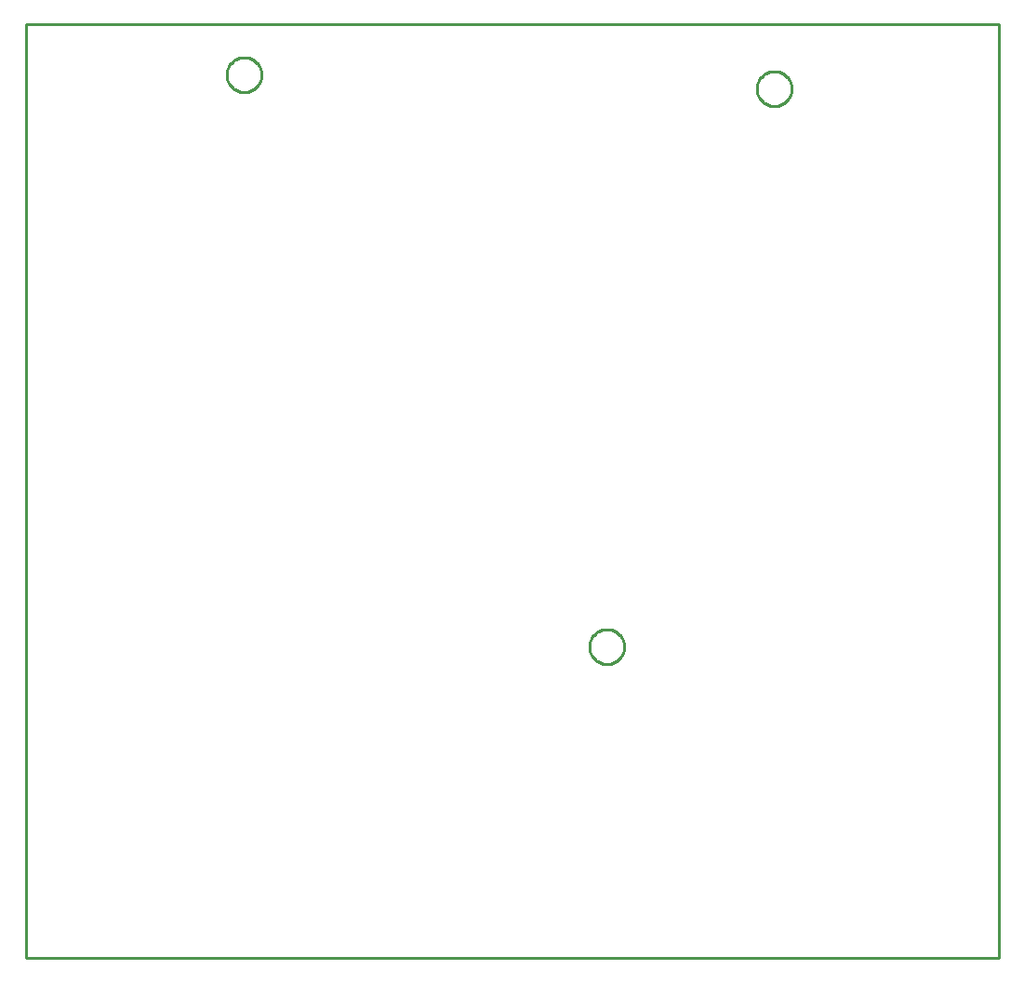
<source format=gko>
G04 EAGLE Gerber RS-274X export*
G75*
%MOMM*%
%FSLAX34Y34*%
%LPD*%
%INBoard Outline*%
%IPPOS*%
%AMOC8*
5,1,8,0,0,1.08239X$1,22.5*%
G01*
%ADD10C,0.000000*%
%ADD11C,0.254000*%


D10*
X0Y0D02*
X885700Y0D01*
X885700Y850000D01*
X0Y850000D01*
X0Y0D01*
X665425Y791580D02*
X665430Y791970D01*
X665444Y792359D01*
X665468Y792748D01*
X665501Y793136D01*
X665544Y793523D01*
X665597Y793909D01*
X665659Y794294D01*
X665730Y794677D01*
X665811Y795058D01*
X665901Y795437D01*
X666000Y795814D01*
X666109Y796188D01*
X666226Y796560D01*
X666353Y796928D01*
X666489Y797293D01*
X666633Y797655D01*
X666787Y798013D01*
X666949Y798367D01*
X667120Y798718D01*
X667299Y799063D01*
X667487Y799405D01*
X667684Y799741D01*
X667888Y800073D01*
X668100Y800400D01*
X668321Y800721D01*
X668549Y801037D01*
X668785Y801347D01*
X669028Y801651D01*
X669279Y801949D01*
X669537Y802241D01*
X669803Y802526D01*
X670075Y802805D01*
X670354Y803077D01*
X670639Y803343D01*
X670931Y803601D01*
X671229Y803852D01*
X671533Y804095D01*
X671843Y804331D01*
X672159Y804559D01*
X672480Y804780D01*
X672807Y804992D01*
X673139Y805196D01*
X673475Y805393D01*
X673817Y805581D01*
X674162Y805760D01*
X674513Y805931D01*
X674867Y806093D01*
X675225Y806247D01*
X675587Y806391D01*
X675952Y806527D01*
X676320Y806654D01*
X676692Y806771D01*
X677066Y806880D01*
X677443Y806979D01*
X677822Y807069D01*
X678203Y807150D01*
X678586Y807221D01*
X678971Y807283D01*
X679357Y807336D01*
X679744Y807379D01*
X680132Y807412D01*
X680521Y807436D01*
X680910Y807450D01*
X681300Y807455D01*
X681690Y807450D01*
X682079Y807436D01*
X682468Y807412D01*
X682856Y807379D01*
X683243Y807336D01*
X683629Y807283D01*
X684014Y807221D01*
X684397Y807150D01*
X684778Y807069D01*
X685157Y806979D01*
X685534Y806880D01*
X685908Y806771D01*
X686280Y806654D01*
X686648Y806527D01*
X687013Y806391D01*
X687375Y806247D01*
X687733Y806093D01*
X688087Y805931D01*
X688438Y805760D01*
X688783Y805581D01*
X689125Y805393D01*
X689461Y805196D01*
X689793Y804992D01*
X690120Y804780D01*
X690441Y804559D01*
X690757Y804331D01*
X691067Y804095D01*
X691371Y803852D01*
X691669Y803601D01*
X691961Y803343D01*
X692246Y803077D01*
X692525Y802805D01*
X692797Y802526D01*
X693063Y802241D01*
X693321Y801949D01*
X693572Y801651D01*
X693815Y801347D01*
X694051Y801037D01*
X694279Y800721D01*
X694500Y800400D01*
X694712Y800073D01*
X694916Y799741D01*
X695113Y799405D01*
X695301Y799063D01*
X695480Y798718D01*
X695651Y798367D01*
X695813Y798013D01*
X695967Y797655D01*
X696111Y797293D01*
X696247Y796928D01*
X696374Y796560D01*
X696491Y796188D01*
X696600Y795814D01*
X696699Y795437D01*
X696789Y795058D01*
X696870Y794677D01*
X696941Y794294D01*
X697003Y793909D01*
X697056Y793523D01*
X697099Y793136D01*
X697132Y792748D01*
X697156Y792359D01*
X697170Y791970D01*
X697175Y791580D01*
X697170Y791190D01*
X697156Y790801D01*
X697132Y790412D01*
X697099Y790024D01*
X697056Y789637D01*
X697003Y789251D01*
X696941Y788866D01*
X696870Y788483D01*
X696789Y788102D01*
X696699Y787723D01*
X696600Y787346D01*
X696491Y786972D01*
X696374Y786600D01*
X696247Y786232D01*
X696111Y785867D01*
X695967Y785505D01*
X695813Y785147D01*
X695651Y784793D01*
X695480Y784442D01*
X695301Y784097D01*
X695113Y783755D01*
X694916Y783419D01*
X694712Y783087D01*
X694500Y782760D01*
X694279Y782439D01*
X694051Y782123D01*
X693815Y781813D01*
X693572Y781509D01*
X693321Y781211D01*
X693063Y780919D01*
X692797Y780634D01*
X692525Y780355D01*
X692246Y780083D01*
X691961Y779817D01*
X691669Y779559D01*
X691371Y779308D01*
X691067Y779065D01*
X690757Y778829D01*
X690441Y778601D01*
X690120Y778380D01*
X689793Y778168D01*
X689461Y777964D01*
X689125Y777767D01*
X688783Y777579D01*
X688438Y777400D01*
X688087Y777229D01*
X687733Y777067D01*
X687375Y776913D01*
X687013Y776769D01*
X686648Y776633D01*
X686280Y776506D01*
X685908Y776389D01*
X685534Y776280D01*
X685157Y776181D01*
X684778Y776091D01*
X684397Y776010D01*
X684014Y775939D01*
X683629Y775877D01*
X683243Y775824D01*
X682856Y775781D01*
X682468Y775748D01*
X682079Y775724D01*
X681690Y775710D01*
X681300Y775705D01*
X680910Y775710D01*
X680521Y775724D01*
X680132Y775748D01*
X679744Y775781D01*
X679357Y775824D01*
X678971Y775877D01*
X678586Y775939D01*
X678203Y776010D01*
X677822Y776091D01*
X677443Y776181D01*
X677066Y776280D01*
X676692Y776389D01*
X676320Y776506D01*
X675952Y776633D01*
X675587Y776769D01*
X675225Y776913D01*
X674867Y777067D01*
X674513Y777229D01*
X674162Y777400D01*
X673817Y777579D01*
X673475Y777767D01*
X673139Y777964D01*
X672807Y778168D01*
X672480Y778380D01*
X672159Y778601D01*
X671843Y778829D01*
X671533Y779065D01*
X671229Y779308D01*
X670931Y779559D01*
X670639Y779817D01*
X670354Y780083D01*
X670075Y780355D01*
X669803Y780634D01*
X669537Y780919D01*
X669279Y781211D01*
X669028Y781509D01*
X668785Y781813D01*
X668549Y782123D01*
X668321Y782439D01*
X668100Y782760D01*
X667888Y783087D01*
X667684Y783419D01*
X667487Y783755D01*
X667299Y784097D01*
X667120Y784442D01*
X666949Y784793D01*
X666787Y785147D01*
X666633Y785505D01*
X666489Y785867D01*
X666353Y786232D01*
X666226Y786600D01*
X666109Y786972D01*
X666000Y787346D01*
X665901Y787723D01*
X665811Y788102D01*
X665730Y788483D01*
X665659Y788866D01*
X665597Y789251D01*
X665544Y789637D01*
X665501Y790024D01*
X665468Y790412D01*
X665444Y790801D01*
X665430Y791190D01*
X665425Y791580D01*
X182825Y804280D02*
X182830Y804670D01*
X182844Y805059D01*
X182868Y805448D01*
X182901Y805836D01*
X182944Y806223D01*
X182997Y806609D01*
X183059Y806994D01*
X183130Y807377D01*
X183211Y807758D01*
X183301Y808137D01*
X183400Y808514D01*
X183509Y808888D01*
X183626Y809260D01*
X183753Y809628D01*
X183889Y809993D01*
X184033Y810355D01*
X184187Y810713D01*
X184349Y811067D01*
X184520Y811418D01*
X184699Y811763D01*
X184887Y812105D01*
X185084Y812441D01*
X185288Y812773D01*
X185500Y813100D01*
X185721Y813421D01*
X185949Y813737D01*
X186185Y814047D01*
X186428Y814351D01*
X186679Y814649D01*
X186937Y814941D01*
X187203Y815226D01*
X187475Y815505D01*
X187754Y815777D01*
X188039Y816043D01*
X188331Y816301D01*
X188629Y816552D01*
X188933Y816795D01*
X189243Y817031D01*
X189559Y817259D01*
X189880Y817480D01*
X190207Y817692D01*
X190539Y817896D01*
X190875Y818093D01*
X191217Y818281D01*
X191562Y818460D01*
X191913Y818631D01*
X192267Y818793D01*
X192625Y818947D01*
X192987Y819091D01*
X193352Y819227D01*
X193720Y819354D01*
X194092Y819471D01*
X194466Y819580D01*
X194843Y819679D01*
X195222Y819769D01*
X195603Y819850D01*
X195986Y819921D01*
X196371Y819983D01*
X196757Y820036D01*
X197144Y820079D01*
X197532Y820112D01*
X197921Y820136D01*
X198310Y820150D01*
X198700Y820155D01*
X199090Y820150D01*
X199479Y820136D01*
X199868Y820112D01*
X200256Y820079D01*
X200643Y820036D01*
X201029Y819983D01*
X201414Y819921D01*
X201797Y819850D01*
X202178Y819769D01*
X202557Y819679D01*
X202934Y819580D01*
X203308Y819471D01*
X203680Y819354D01*
X204048Y819227D01*
X204413Y819091D01*
X204775Y818947D01*
X205133Y818793D01*
X205487Y818631D01*
X205838Y818460D01*
X206183Y818281D01*
X206525Y818093D01*
X206861Y817896D01*
X207193Y817692D01*
X207520Y817480D01*
X207841Y817259D01*
X208157Y817031D01*
X208467Y816795D01*
X208771Y816552D01*
X209069Y816301D01*
X209361Y816043D01*
X209646Y815777D01*
X209925Y815505D01*
X210197Y815226D01*
X210463Y814941D01*
X210721Y814649D01*
X210972Y814351D01*
X211215Y814047D01*
X211451Y813737D01*
X211679Y813421D01*
X211900Y813100D01*
X212112Y812773D01*
X212316Y812441D01*
X212513Y812105D01*
X212701Y811763D01*
X212880Y811418D01*
X213051Y811067D01*
X213213Y810713D01*
X213367Y810355D01*
X213511Y809993D01*
X213647Y809628D01*
X213774Y809260D01*
X213891Y808888D01*
X214000Y808514D01*
X214099Y808137D01*
X214189Y807758D01*
X214270Y807377D01*
X214341Y806994D01*
X214403Y806609D01*
X214456Y806223D01*
X214499Y805836D01*
X214532Y805448D01*
X214556Y805059D01*
X214570Y804670D01*
X214575Y804280D01*
X214570Y803890D01*
X214556Y803501D01*
X214532Y803112D01*
X214499Y802724D01*
X214456Y802337D01*
X214403Y801951D01*
X214341Y801566D01*
X214270Y801183D01*
X214189Y800802D01*
X214099Y800423D01*
X214000Y800046D01*
X213891Y799672D01*
X213774Y799300D01*
X213647Y798932D01*
X213511Y798567D01*
X213367Y798205D01*
X213213Y797847D01*
X213051Y797493D01*
X212880Y797142D01*
X212701Y796797D01*
X212513Y796455D01*
X212316Y796119D01*
X212112Y795787D01*
X211900Y795460D01*
X211679Y795139D01*
X211451Y794823D01*
X211215Y794513D01*
X210972Y794209D01*
X210721Y793911D01*
X210463Y793619D01*
X210197Y793334D01*
X209925Y793055D01*
X209646Y792783D01*
X209361Y792517D01*
X209069Y792259D01*
X208771Y792008D01*
X208467Y791765D01*
X208157Y791529D01*
X207841Y791301D01*
X207520Y791080D01*
X207193Y790868D01*
X206861Y790664D01*
X206525Y790467D01*
X206183Y790279D01*
X205838Y790100D01*
X205487Y789929D01*
X205133Y789767D01*
X204775Y789613D01*
X204413Y789469D01*
X204048Y789333D01*
X203680Y789206D01*
X203308Y789089D01*
X202934Y788980D01*
X202557Y788881D01*
X202178Y788791D01*
X201797Y788710D01*
X201414Y788639D01*
X201029Y788577D01*
X200643Y788524D01*
X200256Y788481D01*
X199868Y788448D01*
X199479Y788424D01*
X199090Y788410D01*
X198700Y788405D01*
X198310Y788410D01*
X197921Y788424D01*
X197532Y788448D01*
X197144Y788481D01*
X196757Y788524D01*
X196371Y788577D01*
X195986Y788639D01*
X195603Y788710D01*
X195222Y788791D01*
X194843Y788881D01*
X194466Y788980D01*
X194092Y789089D01*
X193720Y789206D01*
X193352Y789333D01*
X192987Y789469D01*
X192625Y789613D01*
X192267Y789767D01*
X191913Y789929D01*
X191562Y790100D01*
X191217Y790279D01*
X190875Y790467D01*
X190539Y790664D01*
X190207Y790868D01*
X189880Y791080D01*
X189559Y791301D01*
X189243Y791529D01*
X188933Y791765D01*
X188629Y792008D01*
X188331Y792259D01*
X188039Y792517D01*
X187754Y792783D01*
X187475Y793055D01*
X187203Y793334D01*
X186937Y793619D01*
X186679Y793911D01*
X186428Y794209D01*
X186185Y794513D01*
X185949Y794823D01*
X185721Y795139D01*
X185500Y795460D01*
X185288Y795787D01*
X185084Y796119D01*
X184887Y796455D01*
X184699Y796797D01*
X184520Y797142D01*
X184349Y797493D01*
X184187Y797847D01*
X184033Y798205D01*
X183889Y798567D01*
X183753Y798932D01*
X183626Y799300D01*
X183509Y799672D01*
X183400Y800046D01*
X183301Y800423D01*
X183211Y800802D01*
X183130Y801183D01*
X183059Y801566D01*
X182997Y801951D01*
X182944Y802337D01*
X182901Y802724D01*
X182868Y803112D01*
X182844Y803501D01*
X182830Y803890D01*
X182825Y804280D01*
X513025Y283580D02*
X513030Y283970D01*
X513044Y284359D01*
X513068Y284748D01*
X513101Y285136D01*
X513144Y285523D01*
X513197Y285909D01*
X513259Y286294D01*
X513330Y286677D01*
X513411Y287058D01*
X513501Y287437D01*
X513600Y287814D01*
X513709Y288188D01*
X513826Y288560D01*
X513953Y288928D01*
X514089Y289293D01*
X514233Y289655D01*
X514387Y290013D01*
X514549Y290367D01*
X514720Y290718D01*
X514899Y291063D01*
X515087Y291405D01*
X515284Y291741D01*
X515488Y292073D01*
X515700Y292400D01*
X515921Y292721D01*
X516149Y293037D01*
X516385Y293347D01*
X516628Y293651D01*
X516879Y293949D01*
X517137Y294241D01*
X517403Y294526D01*
X517675Y294805D01*
X517954Y295077D01*
X518239Y295343D01*
X518531Y295601D01*
X518829Y295852D01*
X519133Y296095D01*
X519443Y296331D01*
X519759Y296559D01*
X520080Y296780D01*
X520407Y296992D01*
X520739Y297196D01*
X521075Y297393D01*
X521417Y297581D01*
X521762Y297760D01*
X522113Y297931D01*
X522467Y298093D01*
X522825Y298247D01*
X523187Y298391D01*
X523552Y298527D01*
X523920Y298654D01*
X524292Y298771D01*
X524666Y298880D01*
X525043Y298979D01*
X525422Y299069D01*
X525803Y299150D01*
X526186Y299221D01*
X526571Y299283D01*
X526957Y299336D01*
X527344Y299379D01*
X527732Y299412D01*
X528121Y299436D01*
X528510Y299450D01*
X528900Y299455D01*
X529290Y299450D01*
X529679Y299436D01*
X530068Y299412D01*
X530456Y299379D01*
X530843Y299336D01*
X531229Y299283D01*
X531614Y299221D01*
X531997Y299150D01*
X532378Y299069D01*
X532757Y298979D01*
X533134Y298880D01*
X533508Y298771D01*
X533880Y298654D01*
X534248Y298527D01*
X534613Y298391D01*
X534975Y298247D01*
X535333Y298093D01*
X535687Y297931D01*
X536038Y297760D01*
X536383Y297581D01*
X536725Y297393D01*
X537061Y297196D01*
X537393Y296992D01*
X537720Y296780D01*
X538041Y296559D01*
X538357Y296331D01*
X538667Y296095D01*
X538971Y295852D01*
X539269Y295601D01*
X539561Y295343D01*
X539846Y295077D01*
X540125Y294805D01*
X540397Y294526D01*
X540663Y294241D01*
X540921Y293949D01*
X541172Y293651D01*
X541415Y293347D01*
X541651Y293037D01*
X541879Y292721D01*
X542100Y292400D01*
X542312Y292073D01*
X542516Y291741D01*
X542713Y291405D01*
X542901Y291063D01*
X543080Y290718D01*
X543251Y290367D01*
X543413Y290013D01*
X543567Y289655D01*
X543711Y289293D01*
X543847Y288928D01*
X543974Y288560D01*
X544091Y288188D01*
X544200Y287814D01*
X544299Y287437D01*
X544389Y287058D01*
X544470Y286677D01*
X544541Y286294D01*
X544603Y285909D01*
X544656Y285523D01*
X544699Y285136D01*
X544732Y284748D01*
X544756Y284359D01*
X544770Y283970D01*
X544775Y283580D01*
X544770Y283190D01*
X544756Y282801D01*
X544732Y282412D01*
X544699Y282024D01*
X544656Y281637D01*
X544603Y281251D01*
X544541Y280866D01*
X544470Y280483D01*
X544389Y280102D01*
X544299Y279723D01*
X544200Y279346D01*
X544091Y278972D01*
X543974Y278600D01*
X543847Y278232D01*
X543711Y277867D01*
X543567Y277505D01*
X543413Y277147D01*
X543251Y276793D01*
X543080Y276442D01*
X542901Y276097D01*
X542713Y275755D01*
X542516Y275419D01*
X542312Y275087D01*
X542100Y274760D01*
X541879Y274439D01*
X541651Y274123D01*
X541415Y273813D01*
X541172Y273509D01*
X540921Y273211D01*
X540663Y272919D01*
X540397Y272634D01*
X540125Y272355D01*
X539846Y272083D01*
X539561Y271817D01*
X539269Y271559D01*
X538971Y271308D01*
X538667Y271065D01*
X538357Y270829D01*
X538041Y270601D01*
X537720Y270380D01*
X537393Y270168D01*
X537061Y269964D01*
X536725Y269767D01*
X536383Y269579D01*
X536038Y269400D01*
X535687Y269229D01*
X535333Y269067D01*
X534975Y268913D01*
X534613Y268769D01*
X534248Y268633D01*
X533880Y268506D01*
X533508Y268389D01*
X533134Y268280D01*
X532757Y268181D01*
X532378Y268091D01*
X531997Y268010D01*
X531614Y267939D01*
X531229Y267877D01*
X530843Y267824D01*
X530456Y267781D01*
X530068Y267748D01*
X529679Y267724D01*
X529290Y267710D01*
X528900Y267705D01*
X528510Y267710D01*
X528121Y267724D01*
X527732Y267748D01*
X527344Y267781D01*
X526957Y267824D01*
X526571Y267877D01*
X526186Y267939D01*
X525803Y268010D01*
X525422Y268091D01*
X525043Y268181D01*
X524666Y268280D01*
X524292Y268389D01*
X523920Y268506D01*
X523552Y268633D01*
X523187Y268769D01*
X522825Y268913D01*
X522467Y269067D01*
X522113Y269229D01*
X521762Y269400D01*
X521417Y269579D01*
X521075Y269767D01*
X520739Y269964D01*
X520407Y270168D01*
X520080Y270380D01*
X519759Y270601D01*
X519443Y270829D01*
X519133Y271065D01*
X518829Y271308D01*
X518531Y271559D01*
X518239Y271817D01*
X517954Y272083D01*
X517675Y272355D01*
X517403Y272634D01*
X517137Y272919D01*
X516879Y273211D01*
X516628Y273509D01*
X516385Y273813D01*
X516149Y274123D01*
X515921Y274439D01*
X515700Y274760D01*
X515488Y275087D01*
X515284Y275419D01*
X515087Y275755D01*
X514899Y276097D01*
X514720Y276442D01*
X514549Y276793D01*
X514387Y277147D01*
X514233Y277505D01*
X514089Y277867D01*
X513953Y278232D01*
X513826Y278600D01*
X513709Y278972D01*
X513600Y279346D01*
X513501Y279723D01*
X513411Y280102D01*
X513330Y280483D01*
X513259Y280866D01*
X513197Y281251D01*
X513144Y281637D01*
X513101Y282024D01*
X513068Y282412D01*
X513044Y282801D01*
X513030Y283190D01*
X513025Y283580D01*
D11*
X0Y0D02*
X885700Y0D01*
X885700Y850000D01*
X0Y850000D01*
X0Y0D01*
X697175Y791060D02*
X697107Y790023D01*
X696971Y788993D01*
X696769Y787973D01*
X696500Y786969D01*
X696165Y785985D01*
X695768Y785025D01*
X695308Y784093D01*
X694788Y783192D01*
X694211Y782328D01*
X693578Y781504D01*
X692893Y780722D01*
X692158Y779987D01*
X691376Y779302D01*
X690552Y778669D01*
X689688Y778092D01*
X688787Y777572D01*
X687855Y777112D01*
X686895Y776715D01*
X685911Y776380D01*
X684907Y776111D01*
X683887Y775909D01*
X682857Y775773D01*
X681820Y775705D01*
X680780Y775705D01*
X679743Y775773D01*
X678713Y775909D01*
X677693Y776111D01*
X676689Y776380D01*
X675705Y776715D01*
X674745Y777112D01*
X673813Y777572D01*
X672912Y778092D01*
X672048Y778669D01*
X671224Y779302D01*
X670442Y779987D01*
X669707Y780722D01*
X669022Y781504D01*
X668389Y782328D01*
X667812Y783192D01*
X667292Y784093D01*
X666832Y785025D01*
X666435Y785985D01*
X666100Y786969D01*
X665831Y787973D01*
X665629Y788993D01*
X665493Y790023D01*
X665425Y791060D01*
X665425Y792100D01*
X665493Y793137D01*
X665629Y794167D01*
X665831Y795187D01*
X666100Y796191D01*
X666435Y797175D01*
X666832Y798135D01*
X667292Y799067D01*
X667812Y799968D01*
X668389Y800832D01*
X669022Y801656D01*
X669707Y802438D01*
X670442Y803173D01*
X671224Y803858D01*
X672048Y804491D01*
X672912Y805068D01*
X673813Y805588D01*
X674745Y806048D01*
X675705Y806445D01*
X676689Y806780D01*
X677693Y807049D01*
X678713Y807251D01*
X679743Y807387D01*
X680780Y807455D01*
X681820Y807455D01*
X682857Y807387D01*
X683887Y807251D01*
X684907Y807049D01*
X685911Y806780D01*
X686895Y806445D01*
X687855Y806048D01*
X688787Y805588D01*
X689688Y805068D01*
X690552Y804491D01*
X691376Y803858D01*
X692158Y803173D01*
X692893Y802438D01*
X693578Y801656D01*
X694211Y800832D01*
X694788Y799968D01*
X695308Y799067D01*
X695768Y798135D01*
X696165Y797175D01*
X696500Y796191D01*
X696769Y795187D01*
X696971Y794167D01*
X697107Y793137D01*
X697175Y792100D01*
X697175Y791060D01*
X214575Y803760D02*
X214507Y802723D01*
X214371Y801693D01*
X214169Y800673D01*
X213900Y799669D01*
X213565Y798685D01*
X213168Y797725D01*
X212708Y796793D01*
X212188Y795892D01*
X211611Y795028D01*
X210978Y794204D01*
X210293Y793422D01*
X209558Y792687D01*
X208776Y792002D01*
X207952Y791369D01*
X207088Y790792D01*
X206187Y790272D01*
X205255Y789812D01*
X204295Y789415D01*
X203311Y789080D01*
X202307Y788811D01*
X201287Y788609D01*
X200257Y788473D01*
X199220Y788405D01*
X198180Y788405D01*
X197143Y788473D01*
X196113Y788609D01*
X195093Y788811D01*
X194089Y789080D01*
X193105Y789415D01*
X192145Y789812D01*
X191213Y790272D01*
X190312Y790792D01*
X189448Y791369D01*
X188624Y792002D01*
X187842Y792687D01*
X187107Y793422D01*
X186422Y794204D01*
X185789Y795028D01*
X185212Y795892D01*
X184692Y796793D01*
X184232Y797725D01*
X183835Y798685D01*
X183500Y799669D01*
X183231Y800673D01*
X183029Y801693D01*
X182893Y802723D01*
X182825Y803760D01*
X182825Y804800D01*
X182893Y805837D01*
X183029Y806867D01*
X183231Y807887D01*
X183500Y808891D01*
X183835Y809875D01*
X184232Y810835D01*
X184692Y811767D01*
X185212Y812668D01*
X185789Y813532D01*
X186422Y814356D01*
X187107Y815138D01*
X187842Y815873D01*
X188624Y816558D01*
X189448Y817191D01*
X190312Y817768D01*
X191213Y818288D01*
X192145Y818748D01*
X193105Y819145D01*
X194089Y819480D01*
X195093Y819749D01*
X196113Y819951D01*
X197143Y820087D01*
X198180Y820155D01*
X199220Y820155D01*
X200257Y820087D01*
X201287Y819951D01*
X202307Y819749D01*
X203311Y819480D01*
X204295Y819145D01*
X205255Y818748D01*
X206187Y818288D01*
X207088Y817768D01*
X207952Y817191D01*
X208776Y816558D01*
X209558Y815873D01*
X210293Y815138D01*
X210978Y814356D01*
X211611Y813532D01*
X212188Y812668D01*
X212708Y811767D01*
X213168Y810835D01*
X213565Y809875D01*
X213900Y808891D01*
X214169Y807887D01*
X214371Y806867D01*
X214507Y805837D01*
X214575Y804800D01*
X214575Y803760D01*
X544775Y283060D02*
X544707Y282023D01*
X544571Y280993D01*
X544369Y279973D01*
X544100Y278969D01*
X543765Y277985D01*
X543368Y277025D01*
X542908Y276093D01*
X542388Y275192D01*
X541811Y274328D01*
X541178Y273504D01*
X540493Y272722D01*
X539758Y271987D01*
X538976Y271302D01*
X538152Y270669D01*
X537288Y270092D01*
X536387Y269572D01*
X535455Y269112D01*
X534495Y268715D01*
X533511Y268380D01*
X532507Y268111D01*
X531487Y267909D01*
X530457Y267773D01*
X529420Y267705D01*
X528380Y267705D01*
X527343Y267773D01*
X526313Y267909D01*
X525293Y268111D01*
X524289Y268380D01*
X523305Y268715D01*
X522345Y269112D01*
X521413Y269572D01*
X520512Y270092D01*
X519648Y270669D01*
X518824Y271302D01*
X518042Y271987D01*
X517307Y272722D01*
X516622Y273504D01*
X515989Y274328D01*
X515412Y275192D01*
X514892Y276093D01*
X514432Y277025D01*
X514035Y277985D01*
X513700Y278969D01*
X513431Y279973D01*
X513229Y280993D01*
X513093Y282023D01*
X513025Y283060D01*
X513025Y284100D01*
X513093Y285137D01*
X513229Y286167D01*
X513431Y287187D01*
X513700Y288191D01*
X514035Y289175D01*
X514432Y290135D01*
X514892Y291067D01*
X515412Y291968D01*
X515989Y292832D01*
X516622Y293656D01*
X517307Y294438D01*
X518042Y295173D01*
X518824Y295858D01*
X519648Y296491D01*
X520512Y297068D01*
X521413Y297588D01*
X522345Y298048D01*
X523305Y298445D01*
X524289Y298780D01*
X525293Y299049D01*
X526313Y299251D01*
X527343Y299387D01*
X528380Y299455D01*
X529420Y299455D01*
X530457Y299387D01*
X531487Y299251D01*
X532507Y299049D01*
X533511Y298780D01*
X534495Y298445D01*
X535455Y298048D01*
X536387Y297588D01*
X537288Y297068D01*
X538152Y296491D01*
X538976Y295858D01*
X539758Y295173D01*
X540493Y294438D01*
X541178Y293656D01*
X541811Y292832D01*
X542388Y291968D01*
X542908Y291067D01*
X543368Y290135D01*
X543765Y289175D01*
X544100Y288191D01*
X544369Y287187D01*
X544571Y286167D01*
X544707Y285137D01*
X544775Y284100D01*
X544775Y283060D01*
M02*

</source>
